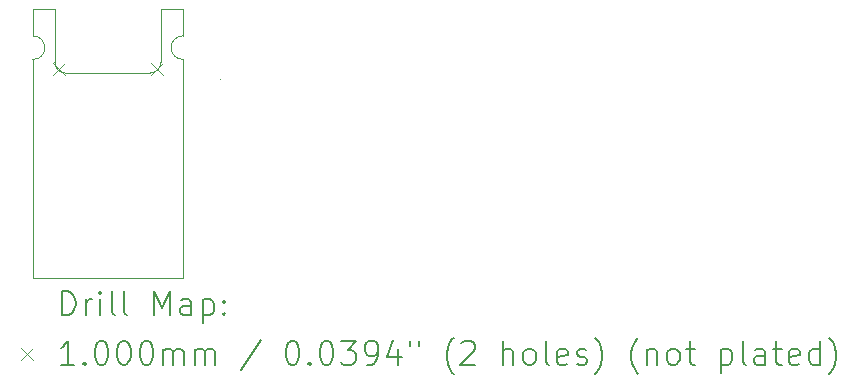
<source format=gbr>
%TF.GenerationSoftware,KiCad,Pcbnew,7.0.2*%
%TF.CreationDate,2023-07-26T16:03:30+02:00*%
%TF.ProjectId,epi,6570692e-6b69-4636-9164-5f7063625858,1_2_0*%
%TF.SameCoordinates,Original*%
%TF.FileFunction,Drillmap*%
%TF.FilePolarity,Positive*%
%FSLAX45Y45*%
G04 Gerber Fmt 4.5, Leading zero omitted, Abs format (unit mm)*
G04 Created by KiCad (PCBNEW 7.0.2) date 2023-07-26 16:03:30*
%MOMM*%
%LPD*%
G01*
G04 APERTURE LIST*
%ADD10C,0.010000*%
%ADD11C,0.100000*%
%ADD12C,0.200000*%
G04 APERTURE END LIST*
D10*
X11062322Y-5140000D02*
X11062322Y-5365000D01*
X9792322Y-5140000D02*
X9792322Y-5365000D01*
X10875442Y-5590000D02*
X10875442Y-5140000D01*
X11062322Y-5365000D02*
G75*
G03*
X11062322Y-5565000I-2J-100000D01*
G01*
X10785442Y-5680000D02*
X10069048Y-5680000D01*
X9979050Y-5590000D02*
G75*
G03*
X10069048Y-5680000I90000J0D01*
G01*
X9979048Y-5590000D02*
X9979048Y-5140000D01*
X9792322Y-5565000D02*
G75*
G03*
X9792322Y-5365000I-2J100000D01*
G01*
X10875442Y-5140000D02*
X11062322Y-5140000D01*
X11062322Y-7416000D02*
X11062322Y-5565000D01*
X9792322Y-7416000D02*
X11062322Y-7416000D01*
X10785442Y-5680002D02*
G75*
G03*
X10875442Y-5590000I-2J90002D01*
G01*
X9792322Y-5565000D02*
X9792322Y-7416000D01*
X9792322Y-5140000D02*
X9979048Y-5140000D01*
D11*
X11372322Y-5730000D02*
X11372322Y-5730000D01*
D12*
D11*
X9964048Y-5595000D02*
X10064048Y-5695000D01*
X10064048Y-5595000D02*
X9964048Y-5695000D01*
X10790442Y-5595000D02*
X10890442Y-5695000D01*
X10890442Y-5595000D02*
X10790442Y-5695000D01*
D12*
X10039441Y-7729024D02*
X10039441Y-7529024D01*
X10039441Y-7529024D02*
X10087060Y-7529024D01*
X10087060Y-7529024D02*
X10115632Y-7538548D01*
X10115632Y-7538548D02*
X10134679Y-7557595D01*
X10134679Y-7557595D02*
X10144203Y-7576643D01*
X10144203Y-7576643D02*
X10153727Y-7614738D01*
X10153727Y-7614738D02*
X10153727Y-7643309D01*
X10153727Y-7643309D02*
X10144203Y-7681405D01*
X10144203Y-7681405D02*
X10134679Y-7700452D01*
X10134679Y-7700452D02*
X10115632Y-7719500D01*
X10115632Y-7719500D02*
X10087060Y-7729024D01*
X10087060Y-7729024D02*
X10039441Y-7729024D01*
X10239441Y-7729024D02*
X10239441Y-7595690D01*
X10239441Y-7633786D02*
X10248965Y-7614738D01*
X10248965Y-7614738D02*
X10258489Y-7605214D01*
X10258489Y-7605214D02*
X10277536Y-7595690D01*
X10277536Y-7595690D02*
X10296584Y-7595690D01*
X10363251Y-7729024D02*
X10363251Y-7595690D01*
X10363251Y-7529024D02*
X10353727Y-7538548D01*
X10353727Y-7538548D02*
X10363251Y-7548071D01*
X10363251Y-7548071D02*
X10372774Y-7538548D01*
X10372774Y-7538548D02*
X10363251Y-7529024D01*
X10363251Y-7529024D02*
X10363251Y-7548071D01*
X10487060Y-7729024D02*
X10468012Y-7719500D01*
X10468012Y-7719500D02*
X10458489Y-7700452D01*
X10458489Y-7700452D02*
X10458489Y-7529024D01*
X10591822Y-7729024D02*
X10572774Y-7719500D01*
X10572774Y-7719500D02*
X10563251Y-7700452D01*
X10563251Y-7700452D02*
X10563251Y-7529024D01*
X10820393Y-7729024D02*
X10820393Y-7529024D01*
X10820393Y-7529024D02*
X10887060Y-7671881D01*
X10887060Y-7671881D02*
X10953727Y-7529024D01*
X10953727Y-7529024D02*
X10953727Y-7729024D01*
X11134679Y-7729024D02*
X11134679Y-7624262D01*
X11134679Y-7624262D02*
X11125155Y-7605214D01*
X11125155Y-7605214D02*
X11106108Y-7595690D01*
X11106108Y-7595690D02*
X11068012Y-7595690D01*
X11068012Y-7595690D02*
X11048965Y-7605214D01*
X11134679Y-7719500D02*
X11115632Y-7729024D01*
X11115632Y-7729024D02*
X11068012Y-7729024D01*
X11068012Y-7729024D02*
X11048965Y-7719500D01*
X11048965Y-7719500D02*
X11039441Y-7700452D01*
X11039441Y-7700452D02*
X11039441Y-7681405D01*
X11039441Y-7681405D02*
X11048965Y-7662357D01*
X11048965Y-7662357D02*
X11068012Y-7652833D01*
X11068012Y-7652833D02*
X11115632Y-7652833D01*
X11115632Y-7652833D02*
X11134679Y-7643309D01*
X11229917Y-7595690D02*
X11229917Y-7795690D01*
X11229917Y-7605214D02*
X11248965Y-7595690D01*
X11248965Y-7595690D02*
X11287060Y-7595690D01*
X11287060Y-7595690D02*
X11306108Y-7605214D01*
X11306108Y-7605214D02*
X11315631Y-7614738D01*
X11315631Y-7614738D02*
X11325155Y-7633786D01*
X11325155Y-7633786D02*
X11325155Y-7690928D01*
X11325155Y-7690928D02*
X11315631Y-7709976D01*
X11315631Y-7709976D02*
X11306108Y-7719500D01*
X11306108Y-7719500D02*
X11287060Y-7729024D01*
X11287060Y-7729024D02*
X11248965Y-7729024D01*
X11248965Y-7729024D02*
X11229917Y-7719500D01*
X11410870Y-7709976D02*
X11420393Y-7719500D01*
X11420393Y-7719500D02*
X11410870Y-7729024D01*
X11410870Y-7729024D02*
X11401346Y-7719500D01*
X11401346Y-7719500D02*
X11410870Y-7709976D01*
X11410870Y-7709976D02*
X11410870Y-7729024D01*
X11410870Y-7605214D02*
X11420393Y-7614738D01*
X11420393Y-7614738D02*
X11410870Y-7624262D01*
X11410870Y-7624262D02*
X11401346Y-7614738D01*
X11401346Y-7614738D02*
X11410870Y-7605214D01*
X11410870Y-7605214D02*
X11410870Y-7624262D01*
D11*
X9691822Y-8006500D02*
X9791822Y-8106500D01*
X9791822Y-8006500D02*
X9691822Y-8106500D01*
D12*
X10144203Y-8149024D02*
X10029917Y-8149024D01*
X10087060Y-8149024D02*
X10087060Y-7949024D01*
X10087060Y-7949024D02*
X10068012Y-7977595D01*
X10068012Y-7977595D02*
X10048965Y-7996643D01*
X10048965Y-7996643D02*
X10029917Y-8006167D01*
X10229917Y-8129976D02*
X10239441Y-8139500D01*
X10239441Y-8139500D02*
X10229917Y-8149024D01*
X10229917Y-8149024D02*
X10220393Y-8139500D01*
X10220393Y-8139500D02*
X10229917Y-8129976D01*
X10229917Y-8129976D02*
X10229917Y-8149024D01*
X10363251Y-7949024D02*
X10382298Y-7949024D01*
X10382298Y-7949024D02*
X10401346Y-7958548D01*
X10401346Y-7958548D02*
X10410870Y-7968071D01*
X10410870Y-7968071D02*
X10420393Y-7987119D01*
X10420393Y-7987119D02*
X10429917Y-8025214D01*
X10429917Y-8025214D02*
X10429917Y-8072833D01*
X10429917Y-8072833D02*
X10420393Y-8110928D01*
X10420393Y-8110928D02*
X10410870Y-8129976D01*
X10410870Y-8129976D02*
X10401346Y-8139500D01*
X10401346Y-8139500D02*
X10382298Y-8149024D01*
X10382298Y-8149024D02*
X10363251Y-8149024D01*
X10363251Y-8149024D02*
X10344203Y-8139500D01*
X10344203Y-8139500D02*
X10334679Y-8129976D01*
X10334679Y-8129976D02*
X10325155Y-8110928D01*
X10325155Y-8110928D02*
X10315632Y-8072833D01*
X10315632Y-8072833D02*
X10315632Y-8025214D01*
X10315632Y-8025214D02*
X10325155Y-7987119D01*
X10325155Y-7987119D02*
X10334679Y-7968071D01*
X10334679Y-7968071D02*
X10344203Y-7958548D01*
X10344203Y-7958548D02*
X10363251Y-7949024D01*
X10553727Y-7949024D02*
X10572774Y-7949024D01*
X10572774Y-7949024D02*
X10591822Y-7958548D01*
X10591822Y-7958548D02*
X10601346Y-7968071D01*
X10601346Y-7968071D02*
X10610870Y-7987119D01*
X10610870Y-7987119D02*
X10620393Y-8025214D01*
X10620393Y-8025214D02*
X10620393Y-8072833D01*
X10620393Y-8072833D02*
X10610870Y-8110928D01*
X10610870Y-8110928D02*
X10601346Y-8129976D01*
X10601346Y-8129976D02*
X10591822Y-8139500D01*
X10591822Y-8139500D02*
X10572774Y-8149024D01*
X10572774Y-8149024D02*
X10553727Y-8149024D01*
X10553727Y-8149024D02*
X10534679Y-8139500D01*
X10534679Y-8139500D02*
X10525155Y-8129976D01*
X10525155Y-8129976D02*
X10515632Y-8110928D01*
X10515632Y-8110928D02*
X10506108Y-8072833D01*
X10506108Y-8072833D02*
X10506108Y-8025214D01*
X10506108Y-8025214D02*
X10515632Y-7987119D01*
X10515632Y-7987119D02*
X10525155Y-7968071D01*
X10525155Y-7968071D02*
X10534679Y-7958548D01*
X10534679Y-7958548D02*
X10553727Y-7949024D01*
X10744203Y-7949024D02*
X10763251Y-7949024D01*
X10763251Y-7949024D02*
X10782298Y-7958548D01*
X10782298Y-7958548D02*
X10791822Y-7968071D01*
X10791822Y-7968071D02*
X10801346Y-7987119D01*
X10801346Y-7987119D02*
X10810870Y-8025214D01*
X10810870Y-8025214D02*
X10810870Y-8072833D01*
X10810870Y-8072833D02*
X10801346Y-8110928D01*
X10801346Y-8110928D02*
X10791822Y-8129976D01*
X10791822Y-8129976D02*
X10782298Y-8139500D01*
X10782298Y-8139500D02*
X10763251Y-8149024D01*
X10763251Y-8149024D02*
X10744203Y-8149024D01*
X10744203Y-8149024D02*
X10725155Y-8139500D01*
X10725155Y-8139500D02*
X10715632Y-8129976D01*
X10715632Y-8129976D02*
X10706108Y-8110928D01*
X10706108Y-8110928D02*
X10696584Y-8072833D01*
X10696584Y-8072833D02*
X10696584Y-8025214D01*
X10696584Y-8025214D02*
X10706108Y-7987119D01*
X10706108Y-7987119D02*
X10715632Y-7968071D01*
X10715632Y-7968071D02*
X10725155Y-7958548D01*
X10725155Y-7958548D02*
X10744203Y-7949024D01*
X10896584Y-8149024D02*
X10896584Y-8015690D01*
X10896584Y-8034738D02*
X10906108Y-8025214D01*
X10906108Y-8025214D02*
X10925155Y-8015690D01*
X10925155Y-8015690D02*
X10953727Y-8015690D01*
X10953727Y-8015690D02*
X10972774Y-8025214D01*
X10972774Y-8025214D02*
X10982298Y-8044262D01*
X10982298Y-8044262D02*
X10982298Y-8149024D01*
X10982298Y-8044262D02*
X10991822Y-8025214D01*
X10991822Y-8025214D02*
X11010870Y-8015690D01*
X11010870Y-8015690D02*
X11039441Y-8015690D01*
X11039441Y-8015690D02*
X11058489Y-8025214D01*
X11058489Y-8025214D02*
X11068013Y-8044262D01*
X11068013Y-8044262D02*
X11068013Y-8149024D01*
X11163251Y-8149024D02*
X11163251Y-8015690D01*
X11163251Y-8034738D02*
X11172774Y-8025214D01*
X11172774Y-8025214D02*
X11191822Y-8015690D01*
X11191822Y-8015690D02*
X11220393Y-8015690D01*
X11220393Y-8015690D02*
X11239441Y-8025214D01*
X11239441Y-8025214D02*
X11248965Y-8044262D01*
X11248965Y-8044262D02*
X11248965Y-8149024D01*
X11248965Y-8044262D02*
X11258489Y-8025214D01*
X11258489Y-8025214D02*
X11277536Y-8015690D01*
X11277536Y-8015690D02*
X11306108Y-8015690D01*
X11306108Y-8015690D02*
X11325155Y-8025214D01*
X11325155Y-8025214D02*
X11334679Y-8044262D01*
X11334679Y-8044262D02*
X11334679Y-8149024D01*
X11725155Y-7939500D02*
X11553727Y-8196643D01*
X11982298Y-7949024D02*
X12001346Y-7949024D01*
X12001346Y-7949024D02*
X12020394Y-7958548D01*
X12020394Y-7958548D02*
X12029917Y-7968071D01*
X12029917Y-7968071D02*
X12039441Y-7987119D01*
X12039441Y-7987119D02*
X12048965Y-8025214D01*
X12048965Y-8025214D02*
X12048965Y-8072833D01*
X12048965Y-8072833D02*
X12039441Y-8110928D01*
X12039441Y-8110928D02*
X12029917Y-8129976D01*
X12029917Y-8129976D02*
X12020394Y-8139500D01*
X12020394Y-8139500D02*
X12001346Y-8149024D01*
X12001346Y-8149024D02*
X11982298Y-8149024D01*
X11982298Y-8149024D02*
X11963251Y-8139500D01*
X11963251Y-8139500D02*
X11953727Y-8129976D01*
X11953727Y-8129976D02*
X11944203Y-8110928D01*
X11944203Y-8110928D02*
X11934679Y-8072833D01*
X11934679Y-8072833D02*
X11934679Y-8025214D01*
X11934679Y-8025214D02*
X11944203Y-7987119D01*
X11944203Y-7987119D02*
X11953727Y-7968071D01*
X11953727Y-7968071D02*
X11963251Y-7958548D01*
X11963251Y-7958548D02*
X11982298Y-7949024D01*
X12134679Y-8129976D02*
X12144203Y-8139500D01*
X12144203Y-8139500D02*
X12134679Y-8149024D01*
X12134679Y-8149024D02*
X12125155Y-8139500D01*
X12125155Y-8139500D02*
X12134679Y-8129976D01*
X12134679Y-8129976D02*
X12134679Y-8149024D01*
X12268013Y-7949024D02*
X12287060Y-7949024D01*
X12287060Y-7949024D02*
X12306108Y-7958548D01*
X12306108Y-7958548D02*
X12315632Y-7968071D01*
X12315632Y-7968071D02*
X12325155Y-7987119D01*
X12325155Y-7987119D02*
X12334679Y-8025214D01*
X12334679Y-8025214D02*
X12334679Y-8072833D01*
X12334679Y-8072833D02*
X12325155Y-8110928D01*
X12325155Y-8110928D02*
X12315632Y-8129976D01*
X12315632Y-8129976D02*
X12306108Y-8139500D01*
X12306108Y-8139500D02*
X12287060Y-8149024D01*
X12287060Y-8149024D02*
X12268013Y-8149024D01*
X12268013Y-8149024D02*
X12248965Y-8139500D01*
X12248965Y-8139500D02*
X12239441Y-8129976D01*
X12239441Y-8129976D02*
X12229917Y-8110928D01*
X12229917Y-8110928D02*
X12220394Y-8072833D01*
X12220394Y-8072833D02*
X12220394Y-8025214D01*
X12220394Y-8025214D02*
X12229917Y-7987119D01*
X12229917Y-7987119D02*
X12239441Y-7968071D01*
X12239441Y-7968071D02*
X12248965Y-7958548D01*
X12248965Y-7958548D02*
X12268013Y-7949024D01*
X12401346Y-7949024D02*
X12525155Y-7949024D01*
X12525155Y-7949024D02*
X12458489Y-8025214D01*
X12458489Y-8025214D02*
X12487060Y-8025214D01*
X12487060Y-8025214D02*
X12506108Y-8034738D01*
X12506108Y-8034738D02*
X12515632Y-8044262D01*
X12515632Y-8044262D02*
X12525155Y-8063309D01*
X12525155Y-8063309D02*
X12525155Y-8110928D01*
X12525155Y-8110928D02*
X12515632Y-8129976D01*
X12515632Y-8129976D02*
X12506108Y-8139500D01*
X12506108Y-8139500D02*
X12487060Y-8149024D01*
X12487060Y-8149024D02*
X12429917Y-8149024D01*
X12429917Y-8149024D02*
X12410870Y-8139500D01*
X12410870Y-8139500D02*
X12401346Y-8129976D01*
X12620394Y-8149024D02*
X12658489Y-8149024D01*
X12658489Y-8149024D02*
X12677536Y-8139500D01*
X12677536Y-8139500D02*
X12687060Y-8129976D01*
X12687060Y-8129976D02*
X12706108Y-8101405D01*
X12706108Y-8101405D02*
X12715632Y-8063309D01*
X12715632Y-8063309D02*
X12715632Y-7987119D01*
X12715632Y-7987119D02*
X12706108Y-7968071D01*
X12706108Y-7968071D02*
X12696584Y-7958548D01*
X12696584Y-7958548D02*
X12677536Y-7949024D01*
X12677536Y-7949024D02*
X12639441Y-7949024D01*
X12639441Y-7949024D02*
X12620394Y-7958548D01*
X12620394Y-7958548D02*
X12610870Y-7968071D01*
X12610870Y-7968071D02*
X12601346Y-7987119D01*
X12601346Y-7987119D02*
X12601346Y-8034738D01*
X12601346Y-8034738D02*
X12610870Y-8053786D01*
X12610870Y-8053786D02*
X12620394Y-8063309D01*
X12620394Y-8063309D02*
X12639441Y-8072833D01*
X12639441Y-8072833D02*
X12677536Y-8072833D01*
X12677536Y-8072833D02*
X12696584Y-8063309D01*
X12696584Y-8063309D02*
X12706108Y-8053786D01*
X12706108Y-8053786D02*
X12715632Y-8034738D01*
X12887060Y-8015690D02*
X12887060Y-8149024D01*
X12839441Y-7939500D02*
X12791822Y-8082357D01*
X12791822Y-8082357D02*
X12915632Y-8082357D01*
X12982298Y-7949024D02*
X12982298Y-7987119D01*
X13058489Y-7949024D02*
X13058489Y-7987119D01*
X13353727Y-8225214D02*
X13344203Y-8215690D01*
X13344203Y-8215690D02*
X13325156Y-8187119D01*
X13325156Y-8187119D02*
X13315632Y-8168071D01*
X13315632Y-8168071D02*
X13306108Y-8139500D01*
X13306108Y-8139500D02*
X13296584Y-8091881D01*
X13296584Y-8091881D02*
X13296584Y-8053786D01*
X13296584Y-8053786D02*
X13306108Y-8006167D01*
X13306108Y-8006167D02*
X13315632Y-7977595D01*
X13315632Y-7977595D02*
X13325156Y-7958548D01*
X13325156Y-7958548D02*
X13344203Y-7929976D01*
X13344203Y-7929976D02*
X13353727Y-7920452D01*
X13420394Y-7968071D02*
X13429917Y-7958548D01*
X13429917Y-7958548D02*
X13448965Y-7949024D01*
X13448965Y-7949024D02*
X13496584Y-7949024D01*
X13496584Y-7949024D02*
X13515632Y-7958548D01*
X13515632Y-7958548D02*
X13525156Y-7968071D01*
X13525156Y-7968071D02*
X13534679Y-7987119D01*
X13534679Y-7987119D02*
X13534679Y-8006167D01*
X13534679Y-8006167D02*
X13525156Y-8034738D01*
X13525156Y-8034738D02*
X13410870Y-8149024D01*
X13410870Y-8149024D02*
X13534679Y-8149024D01*
X13772775Y-8149024D02*
X13772775Y-7949024D01*
X13858489Y-8149024D02*
X13858489Y-8044262D01*
X13858489Y-8044262D02*
X13848965Y-8025214D01*
X13848965Y-8025214D02*
X13829918Y-8015690D01*
X13829918Y-8015690D02*
X13801346Y-8015690D01*
X13801346Y-8015690D02*
X13782298Y-8025214D01*
X13782298Y-8025214D02*
X13772775Y-8034738D01*
X13982298Y-8149024D02*
X13963251Y-8139500D01*
X13963251Y-8139500D02*
X13953727Y-8129976D01*
X13953727Y-8129976D02*
X13944203Y-8110928D01*
X13944203Y-8110928D02*
X13944203Y-8053786D01*
X13944203Y-8053786D02*
X13953727Y-8034738D01*
X13953727Y-8034738D02*
X13963251Y-8025214D01*
X13963251Y-8025214D02*
X13982298Y-8015690D01*
X13982298Y-8015690D02*
X14010870Y-8015690D01*
X14010870Y-8015690D02*
X14029918Y-8025214D01*
X14029918Y-8025214D02*
X14039441Y-8034738D01*
X14039441Y-8034738D02*
X14048965Y-8053786D01*
X14048965Y-8053786D02*
X14048965Y-8110928D01*
X14048965Y-8110928D02*
X14039441Y-8129976D01*
X14039441Y-8129976D02*
X14029918Y-8139500D01*
X14029918Y-8139500D02*
X14010870Y-8149024D01*
X14010870Y-8149024D02*
X13982298Y-8149024D01*
X14163251Y-8149024D02*
X14144203Y-8139500D01*
X14144203Y-8139500D02*
X14134679Y-8120452D01*
X14134679Y-8120452D02*
X14134679Y-7949024D01*
X14315632Y-8139500D02*
X14296584Y-8149024D01*
X14296584Y-8149024D02*
X14258489Y-8149024D01*
X14258489Y-8149024D02*
X14239441Y-8139500D01*
X14239441Y-8139500D02*
X14229918Y-8120452D01*
X14229918Y-8120452D02*
X14229918Y-8044262D01*
X14229918Y-8044262D02*
X14239441Y-8025214D01*
X14239441Y-8025214D02*
X14258489Y-8015690D01*
X14258489Y-8015690D02*
X14296584Y-8015690D01*
X14296584Y-8015690D02*
X14315632Y-8025214D01*
X14315632Y-8025214D02*
X14325156Y-8044262D01*
X14325156Y-8044262D02*
X14325156Y-8063309D01*
X14325156Y-8063309D02*
X14229918Y-8082357D01*
X14401346Y-8139500D02*
X14420394Y-8149024D01*
X14420394Y-8149024D02*
X14458489Y-8149024D01*
X14458489Y-8149024D02*
X14477537Y-8139500D01*
X14477537Y-8139500D02*
X14487060Y-8120452D01*
X14487060Y-8120452D02*
X14487060Y-8110928D01*
X14487060Y-8110928D02*
X14477537Y-8091881D01*
X14477537Y-8091881D02*
X14458489Y-8082357D01*
X14458489Y-8082357D02*
X14429918Y-8082357D01*
X14429918Y-8082357D02*
X14410870Y-8072833D01*
X14410870Y-8072833D02*
X14401346Y-8053786D01*
X14401346Y-8053786D02*
X14401346Y-8044262D01*
X14401346Y-8044262D02*
X14410870Y-8025214D01*
X14410870Y-8025214D02*
X14429918Y-8015690D01*
X14429918Y-8015690D02*
X14458489Y-8015690D01*
X14458489Y-8015690D02*
X14477537Y-8025214D01*
X14553727Y-8225214D02*
X14563251Y-8215690D01*
X14563251Y-8215690D02*
X14582299Y-8187119D01*
X14582299Y-8187119D02*
X14591822Y-8168071D01*
X14591822Y-8168071D02*
X14601346Y-8139500D01*
X14601346Y-8139500D02*
X14610870Y-8091881D01*
X14610870Y-8091881D02*
X14610870Y-8053786D01*
X14610870Y-8053786D02*
X14601346Y-8006167D01*
X14601346Y-8006167D02*
X14591822Y-7977595D01*
X14591822Y-7977595D02*
X14582299Y-7958548D01*
X14582299Y-7958548D02*
X14563251Y-7929976D01*
X14563251Y-7929976D02*
X14553727Y-7920452D01*
X14915632Y-8225214D02*
X14906108Y-8215690D01*
X14906108Y-8215690D02*
X14887060Y-8187119D01*
X14887060Y-8187119D02*
X14877537Y-8168071D01*
X14877537Y-8168071D02*
X14868013Y-8139500D01*
X14868013Y-8139500D02*
X14858489Y-8091881D01*
X14858489Y-8091881D02*
X14858489Y-8053786D01*
X14858489Y-8053786D02*
X14868013Y-8006167D01*
X14868013Y-8006167D02*
X14877537Y-7977595D01*
X14877537Y-7977595D02*
X14887060Y-7958548D01*
X14887060Y-7958548D02*
X14906108Y-7929976D01*
X14906108Y-7929976D02*
X14915632Y-7920452D01*
X14991822Y-8015690D02*
X14991822Y-8149024D01*
X14991822Y-8034738D02*
X15001346Y-8025214D01*
X15001346Y-8025214D02*
X15020394Y-8015690D01*
X15020394Y-8015690D02*
X15048965Y-8015690D01*
X15048965Y-8015690D02*
X15068013Y-8025214D01*
X15068013Y-8025214D02*
X15077537Y-8044262D01*
X15077537Y-8044262D02*
X15077537Y-8149024D01*
X15201346Y-8149024D02*
X15182299Y-8139500D01*
X15182299Y-8139500D02*
X15172775Y-8129976D01*
X15172775Y-8129976D02*
X15163251Y-8110928D01*
X15163251Y-8110928D02*
X15163251Y-8053786D01*
X15163251Y-8053786D02*
X15172775Y-8034738D01*
X15172775Y-8034738D02*
X15182299Y-8025214D01*
X15182299Y-8025214D02*
X15201346Y-8015690D01*
X15201346Y-8015690D02*
X15229918Y-8015690D01*
X15229918Y-8015690D02*
X15248965Y-8025214D01*
X15248965Y-8025214D02*
X15258489Y-8034738D01*
X15258489Y-8034738D02*
X15268013Y-8053786D01*
X15268013Y-8053786D02*
X15268013Y-8110928D01*
X15268013Y-8110928D02*
X15258489Y-8129976D01*
X15258489Y-8129976D02*
X15248965Y-8139500D01*
X15248965Y-8139500D02*
X15229918Y-8149024D01*
X15229918Y-8149024D02*
X15201346Y-8149024D01*
X15325156Y-8015690D02*
X15401346Y-8015690D01*
X15353727Y-7949024D02*
X15353727Y-8120452D01*
X15353727Y-8120452D02*
X15363251Y-8139500D01*
X15363251Y-8139500D02*
X15382299Y-8149024D01*
X15382299Y-8149024D02*
X15401346Y-8149024D01*
X15620394Y-8015690D02*
X15620394Y-8215690D01*
X15620394Y-8025214D02*
X15639441Y-8015690D01*
X15639441Y-8015690D02*
X15677537Y-8015690D01*
X15677537Y-8015690D02*
X15696584Y-8025214D01*
X15696584Y-8025214D02*
X15706108Y-8034738D01*
X15706108Y-8034738D02*
X15715632Y-8053786D01*
X15715632Y-8053786D02*
X15715632Y-8110928D01*
X15715632Y-8110928D02*
X15706108Y-8129976D01*
X15706108Y-8129976D02*
X15696584Y-8139500D01*
X15696584Y-8139500D02*
X15677537Y-8149024D01*
X15677537Y-8149024D02*
X15639441Y-8149024D01*
X15639441Y-8149024D02*
X15620394Y-8139500D01*
X15829918Y-8149024D02*
X15810870Y-8139500D01*
X15810870Y-8139500D02*
X15801346Y-8120452D01*
X15801346Y-8120452D02*
X15801346Y-7949024D01*
X15991822Y-8149024D02*
X15991822Y-8044262D01*
X15991822Y-8044262D02*
X15982299Y-8025214D01*
X15982299Y-8025214D02*
X15963251Y-8015690D01*
X15963251Y-8015690D02*
X15925156Y-8015690D01*
X15925156Y-8015690D02*
X15906108Y-8025214D01*
X15991822Y-8139500D02*
X15972775Y-8149024D01*
X15972775Y-8149024D02*
X15925156Y-8149024D01*
X15925156Y-8149024D02*
X15906108Y-8139500D01*
X15906108Y-8139500D02*
X15896584Y-8120452D01*
X15896584Y-8120452D02*
X15896584Y-8101405D01*
X15896584Y-8101405D02*
X15906108Y-8082357D01*
X15906108Y-8082357D02*
X15925156Y-8072833D01*
X15925156Y-8072833D02*
X15972775Y-8072833D01*
X15972775Y-8072833D02*
X15991822Y-8063309D01*
X16058489Y-8015690D02*
X16134680Y-8015690D01*
X16087061Y-7949024D02*
X16087061Y-8120452D01*
X16087061Y-8120452D02*
X16096584Y-8139500D01*
X16096584Y-8139500D02*
X16115632Y-8149024D01*
X16115632Y-8149024D02*
X16134680Y-8149024D01*
X16277537Y-8139500D02*
X16258489Y-8149024D01*
X16258489Y-8149024D02*
X16220394Y-8149024D01*
X16220394Y-8149024D02*
X16201346Y-8139500D01*
X16201346Y-8139500D02*
X16191822Y-8120452D01*
X16191822Y-8120452D02*
X16191822Y-8044262D01*
X16191822Y-8044262D02*
X16201346Y-8025214D01*
X16201346Y-8025214D02*
X16220394Y-8015690D01*
X16220394Y-8015690D02*
X16258489Y-8015690D01*
X16258489Y-8015690D02*
X16277537Y-8025214D01*
X16277537Y-8025214D02*
X16287061Y-8044262D01*
X16287061Y-8044262D02*
X16287061Y-8063309D01*
X16287061Y-8063309D02*
X16191822Y-8082357D01*
X16458489Y-8149024D02*
X16458489Y-7949024D01*
X16458489Y-8139500D02*
X16439442Y-8149024D01*
X16439442Y-8149024D02*
X16401346Y-8149024D01*
X16401346Y-8149024D02*
X16382299Y-8139500D01*
X16382299Y-8139500D02*
X16372775Y-8129976D01*
X16372775Y-8129976D02*
X16363251Y-8110928D01*
X16363251Y-8110928D02*
X16363251Y-8053786D01*
X16363251Y-8053786D02*
X16372775Y-8034738D01*
X16372775Y-8034738D02*
X16382299Y-8025214D01*
X16382299Y-8025214D02*
X16401346Y-8015690D01*
X16401346Y-8015690D02*
X16439442Y-8015690D01*
X16439442Y-8015690D02*
X16458489Y-8025214D01*
X16534680Y-8225214D02*
X16544203Y-8215690D01*
X16544203Y-8215690D02*
X16563251Y-8187119D01*
X16563251Y-8187119D02*
X16572775Y-8168071D01*
X16572775Y-8168071D02*
X16582299Y-8139500D01*
X16582299Y-8139500D02*
X16591822Y-8091881D01*
X16591822Y-8091881D02*
X16591822Y-8053786D01*
X16591822Y-8053786D02*
X16582299Y-8006167D01*
X16582299Y-8006167D02*
X16572775Y-7977595D01*
X16572775Y-7977595D02*
X16563251Y-7958548D01*
X16563251Y-7958548D02*
X16544203Y-7929976D01*
X16544203Y-7929976D02*
X16534680Y-7920452D01*
M02*

</source>
